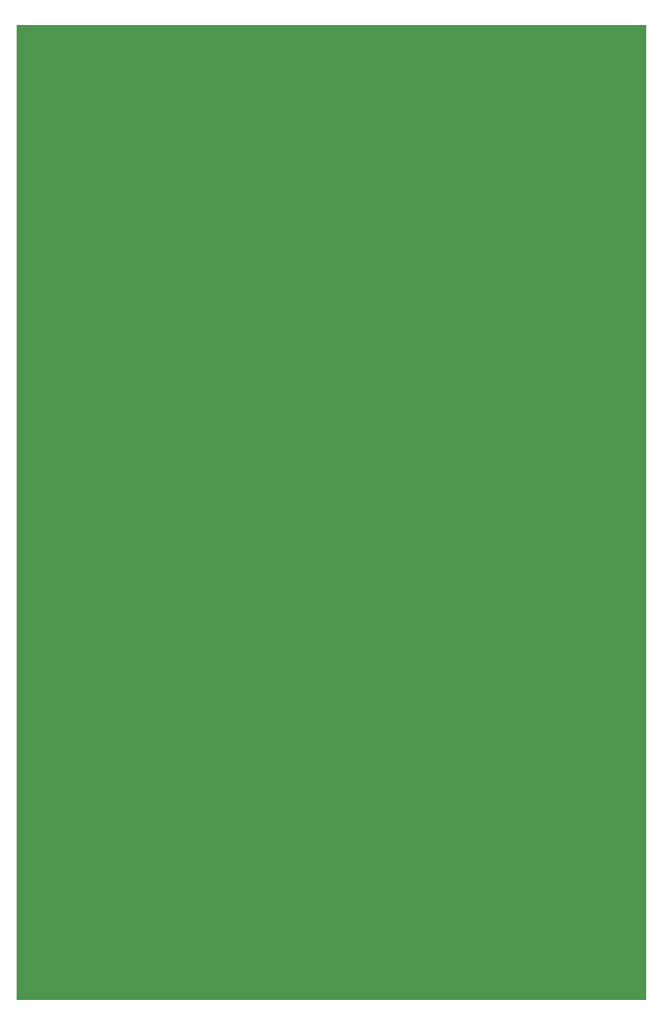
<source format=gbr>
%TF.GenerationSoftware,KiCad,Pcbnew,7.0.8*%
%TF.CreationDate,2023-11-19T22:14:00+01:00*%
%TF.ProjectId,ProtoHu_revA_layer2,50726f74-6f48-4755-9f72-6576415f6c61,rev?*%
%TF.SameCoordinates,Original*%
%TF.FileFunction,Soldermask,Bot*%
%TF.FilePolarity,Negative*%
%FSLAX46Y46*%
G04 Gerber Fmt 4.6, Leading zero omitted, Abs format (unit mm)*
G04 Created by KiCad (PCBNEW 7.0.8) date 2023-11-19 22:14:00*
%MOMM*%
%LPD*%
G01*
G04 APERTURE LIST*
%ADD10C,0.100000*%
G04 APERTURE END LIST*
D10*
X119500000Y-60500000D02*
X177000000Y-60500000D01*
X177000000Y-149500000D01*
X119500000Y-149500000D01*
X119500000Y-60500000D01*
G36*
X119500000Y-60500000D02*
G01*
X177000000Y-60500000D01*
X177000000Y-149500000D01*
X119500000Y-149500000D01*
X119500000Y-60500000D01*
G37*
M02*

</source>
